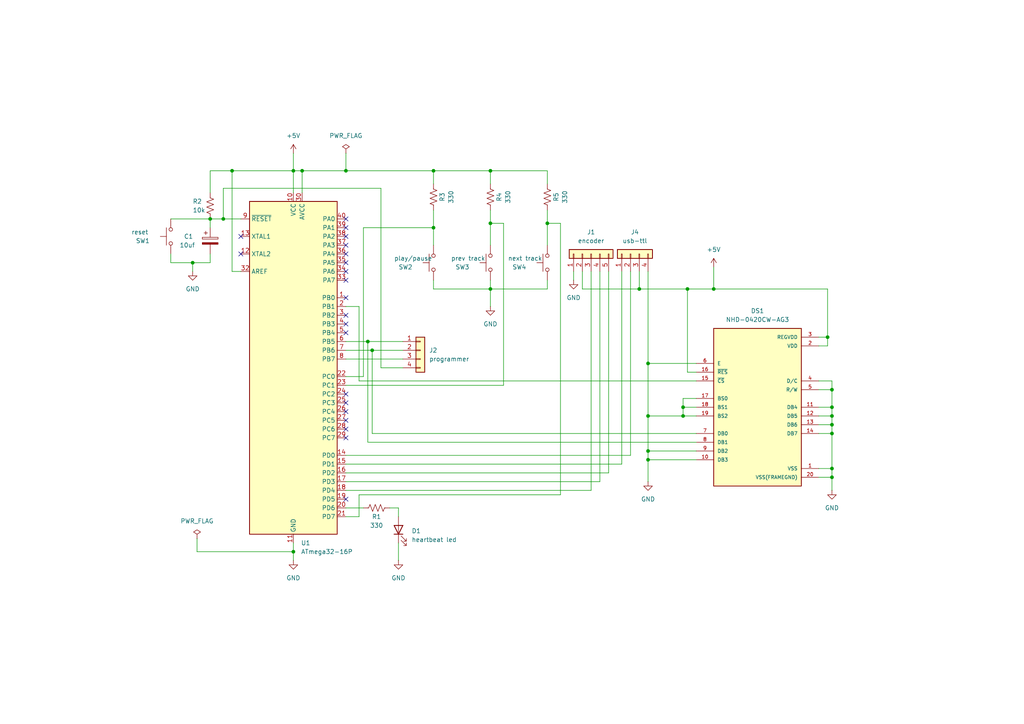
<source format=kicad_sch>
(kicad_sch (version 20231120) (generator "eeschema") (generator_version "8.0")
  (paper "A4")
  (lib_symbols
    (symbol "+5V_1" (power) (pin_numbers hide) (pin_names (offset 0) hide)
      (property "Value" "+5V" (at 0 3.556 0))
      (symbol "+5V_1_0_1"
        (polyline (pts (xy -0.762 1.27) (xy 0 2.54)))
        (polyline (pts (xy 0 0) (xy 0 2.54)))
        (polyline (pts (xy 0 2.54) (xy 0.762 1.27)))
      )
      (symbol "+5V_1_1_1"
        (pin power_in line (at 0 0 90) (length 0) (name "~") (number "1"))
      )
    )
    (symbol "Connector_Generic:Conn_01x04" (pin_names (offset 1.016) hide)
      (property "Reference" "J" (at 0 5.08 0))
      (property "Value" "Conn_01x04" (at 0 -7.62 0))
      (symbol "Conn_01x04_1_1"
        (rectangle (start -1.27 -4.953) (end 0 -5.207) (stroke (width 0.1524)))
        (rectangle (start -1.27 -2.413) (end 0 -2.667) (stroke (width 0.1524)))
        (rectangle (start -1.27 0.127) (end 0 -0.127) (stroke (width 0.1524)))
        (rectangle (start -1.27 2.667) (end 0 2.413) (stroke (width 0.1524)))
        (rectangle (start -1.27 3.81) (end 1.27 -6.35) (stroke (width 0.254)) (fill (type background)))
        (pin passive line (at -5.08 2.54 0) (length 3.81) (name "Pin_1") (number "1"))
        (pin passive line (at -5.08 0 0) (length 3.81) (name "Pin_2") (number "2"))
        (pin passive line (at -5.08 -2.54 0) (length 3.81) (name "Pin_3") (number "3"))
        (pin passive line (at -5.08 -5.08 0) (length 3.81) (name "Pin_4") (number "4"))
      )
    )
    (symbol "Connector_Generic:Conn_01x05" (pin_names (offset 1.016) hide)
      (property "Reference" "J" (at 0 7.62 0))
      (property "Value" "Conn_01x05" (at 0 -7.62 0))
      (symbol "Conn_01x05_1_1"
        (rectangle (start -1.27 -4.953) (end 0 -5.207) (stroke (width 0.1524)))
        (rectangle (start -1.27 -2.413) (end 0 -2.667) (stroke (width 0.1524)))
        (rectangle (start -1.27 0.127) (end 0 -0.127) (stroke (width 0.1524)))
        (rectangle (start -1.27 2.667) (end 0 2.413) (stroke (width 0.1524)))
        (rectangle (start -1.27 5.207) (end 0 4.953) (stroke (width 0.1524)))
        (rectangle (start -1.27 6.35) (end 1.27 -6.35) (stroke (width 0.254)) (fill (type background)))
        (pin passive line (at -5.08 5.08 0) (length 3.81) (name "Pin_1") (number "1"))
        (pin passive line (at -5.08 2.54 0) (length 3.81) (name "Pin_2") (number "2"))
        (pin passive line (at -5.08 0 0) (length 3.81) (name "Pin_3") (number "3"))
        (pin passive line (at -5.08 -2.54 0) (length 3.81) (name "Pin_4") (number "4"))
        (pin passive line (at -5.08 -5.08 0) (length 3.81) (name "Pin_5") (number "5"))
      )
    )
    (symbol "Device:C_Polarized" (pin_numbers hide) (pin_names (offset 0.254))
      (property "Reference" "C" (at 0.635 2.54 0))
      (property "Value" "C_Polarized" (at 0.635 -2.54 0))
      (symbol "C_Polarized_0_1"
        (rectangle (start -2.286 0.508) (end 2.286 1.016))
        (polyline (pts (xy -1.778 2.286) (xy -0.762 2.286)))
        (polyline (pts (xy -1.27 2.794) (xy -1.27 1.778)))
        (rectangle (start 2.286 -0.508) (end -2.286 -1.016) (fill (type outline)))
      )
      (symbol "C_Polarized_1_1"
        (pin passive line (at 0 3.81 270) (length 2.794) (name "~") (number "1"))
        (pin passive line (at 0 -3.81 90) (length 2.794) (name "~") (number "2"))
      )
    )
    (symbol "Device:LED" (pin_numbers hide) (pin_names (offset 1.016) hide)
      (property "Reference" "D" (at 0 2.54 0))
      (property "Value" "LED" (at 0 -2.54 0))
      (symbol "LED_0_1"
        (polyline (pts (xy -1.27 -1.27) (xy -1.27 1.27)) (stroke (width 0.254)))
        (polyline (pts (xy -1.27 0) (xy 1.27 0)))
        (polyline (pts (xy 1.27 -1.27) (xy 1.27 1.27) (xy -1.27 0) (xy 1.27 -1.27)) (stroke (width 0.254)))
        (polyline (pts (xy -3.048 -0.762) (xy -4.572 -2.286) (xy -3.81 -2.286) (xy -4.572 -2.286) (xy -4.572 -1.524)))
        (polyline (pts (xy -1.778 -0.762) (xy -3.302 -2.286) (xy -2.54 -2.286) (xy -3.302 -2.286) (xy -3.302 -1.524)))
      )
      (symbol "LED_1_1"
        (pin passive line (at -3.81 0 0) (length 2.54) (name "K") (number "1"))
        (pin passive line (at 3.81 0 180) (length 2.54) (name "A") (number "2"))
      )
    )
    (symbol "Device:R_US" (pin_numbers hide) (pin_names (offset 0))
      (property "Reference" "R" (at 2.54 0 90))
      (property "Value" "R_US" (at -2.54 0 90))
      (symbol "R_US_0_1"
        (polyline (pts (xy 0 -2.286) (xy 0 -2.54)))
        (polyline (pts (xy 0 2.286) (xy 0 2.54)))
        (polyline (pts (xy 0 -0.762) (xy 1.016 -1.143) (xy 0 -1.524) (xy -1.016 -1.905) (xy 0 -2.286)))
        (polyline (pts (xy 0 0.762) (xy 1.016 0.381) (xy 0 0) (xy -1.016 -0.381) (xy 0 -0.762)))
        (polyline (pts (xy 0 2.286) (xy 1.016 1.905) (xy 0 1.524) (xy -1.016 1.143) (xy 0 0.762)))
      )
      (symbol "R_US_1_1"
        (pin passive line (at 0 3.81 270) (length 1.27) (name "~") (number "1"))
        (pin passive line (at 0 -3.81 90) (length 1.27) (name "~") (number "2"))
      )
    )
    (symbol "GND_1" (power) (pin_numbers hide) (pin_names (offset 0) hide)
      (property "Value" "GND" (at 0 -3.81 0))
      (symbol "GND_1_0_1"
        (polyline (pts (xy 0 0) (xy 0 -1.27) (xy 1.27 -1.27) (xy 0 -2.54) (xy -1.27 -1.27) (xy 0 -1.27)))
      )
      (symbol "GND_1_1_1"
        (pin power_in line (at 0 0 270) (length 0) (name "~") (number "1"))
      )
    )
    (symbol "GND_2" (power) (pin_numbers hide) (pin_names (offset 0) hide)
      (property "Value" "GND" (at 0 -3.81 0))
      (symbol "GND_2_0_1"
        (polyline (pts (xy 0 0) (xy 0 -1.27) (xy 1.27 -1.27) (xy 0 -2.54) (xy -1.27 -1.27) (xy 0 -1.27)))
      )
      (symbol "GND_2_1_1"
        (pin power_in line (at 0 0 270) (length 0) (name "~") (number "1"))
      )
    )
    (symbol "GND_3" (power) (pin_numbers hide) (pin_names (offset 0) hide)
      (property "Value" "GND" (at 0 -3.81 0))
      (symbol "GND_3_0_1"
        (polyline (pts (xy 0 0) (xy 0 -1.27) (xy 1.27 -1.27) (xy 0 -2.54) (xy -1.27 -1.27) (xy 0 -1.27)))
      )
      (symbol "GND_3_1_1"
        (pin power_in line (at 0 0 270) (length 0) (name "~") (number "1"))
      )
    )
    (symbol "GND_4" (power) (pin_numbers hide) (pin_names (offset 0) hide)
      (property "Value" "GND" (at 0 -3.81 0))
      (symbol "GND_4_0_1"
        (polyline (pts (xy 0 0) (xy 0 -1.27) (xy 1.27 -1.27) (xy 0 -2.54) (xy -1.27 -1.27) (xy 0 -1.27)))
      )
      (symbol "GND_4_1_1"
        (pin power_in line (at 0 0 270) (length 0) (name "~") (number "1"))
      )
    )
    (symbol "GND_5" (power) (pin_numbers hide) (pin_names (offset 0) hide)
      (property "Value" "GND" (at 0 -3.81 0))
      (symbol "GND_5_0_1"
        (polyline (pts (xy 0 0) (xy 0 -1.27) (xy 1.27 -1.27) (xy 0 -2.54) (xy -1.27 -1.27) (xy 0 -1.27)))
      )
      (symbol "GND_5_1_1"
        (pin power_in line (at 0 0 270) (length 0) (name "~") (number "1"))
      )
    )
    (symbol "MCU_Microchip_ATmega:ATmega32-16P"
      (property "Reference" "U" (at -12.7 49.53 0))
      (property "Value" "ATmega32-16P" (at 2.54 -49.53 0))
      (symbol "ATmega32-16P_0_1"
        (rectangle (start -12.7 -48.26) (end 12.7 48.26) (stroke (width 0.254)) (fill (type background)))
      )
      (symbol "ATmega32-16P_1_1"
        (pin bidirectional line (at 15.24 20.32 180) (length 2.54) (name "PB0") (number "1"))
        (pin power_in line (at 0 50.8 270) (length 2.54) (name "VCC") (number "10"))
        (pin power_in line (at 0 -50.8 90) (length 2.54) (name "GND") (number "11"))
        (pin output line (at -15.24 33.02 0) (length 2.54) (name "XTAL2") (number "12"))
        (pin input line (at -15.24 38.1 0) (length 2.54) (name "XTAL1") (number "13"))
        (pin bidirectional line (at 15.24 -25.4 180) (length 2.54) (name "PD0") (number "14"))
        (pin bidirectional line (at 15.24 -27.94 180) (length 2.54) (name "PD1") (number "15"))
        (pin bidirectional line (at 15.24 -30.48 180) (length 2.54) (name "PD2") (number "16"))
        (pin bidirectional line (at 15.24 -33.02 180) (length 2.54) (name "PD3") (number "17"))
        (pin bidirectional line (at 15.24 -35.56 180) (length 2.54) (name "PD4") (number "18"))
        (pin bidirectional line (at 15.24 -38.1 180) (length 2.54) (name "PD5") (number "19"))
        (pin bidirectional line (at 15.24 17.78 180) (length 2.54) (name "PB1") (number "2"))
        (pin bidirectional line (at 15.24 -40.64 180) (length 2.54) (name "PD6") (number "20"))
        (pin bidirectional line (at 15.24 -43.18 180) (length 2.54) (name "PD7") (number "21"))
        (pin bidirectional line (at 15.24 -2.54 180) (length 2.54) (name "PC0") (number "22"))
        (pin bidirectional line (at 15.24 -5.08 180) (length 2.54) (name "PC1") (number "23"))
        (pin bidirectional line (at 15.24 -7.62 180) (length 2.54) (name "PC2") (number "24"))
        (pin bidirectional line (at 15.24 -10.16 180) (length 2.54) (name "PC3") (number "25"))
        (pin bidirectional line (at 15.24 -12.7 180) (length 2.54) (name "PC4") (number "26"))
        (pin bidirectional line (at 15.24 -15.24 180) (length 2.54) (name "PC5") (number "27"))
        (pin bidirectional line (at 15.24 -17.78 180) (length 2.54) (name "PC6") (number "28"))
        (pin bidirectional line (at 15.24 -20.32 180) (length 2.54) (name "PC7") (number "29"))
        (pin bidirectional line (at 15.24 15.24 180) (length 2.54) (name "PB2") (number "3"))
        (pin power_in line (at 2.54 50.8 270) (length 2.54) (name "AVCC") (number "30"))
        (pin passive line (at 0 -50.8 90) (length 2.54) hide (name "GND") (number "31"))
        (pin passive line (at -15.24 27.94 0) (length 2.54) (name "AREF") (number "32"))
        (pin bidirectional line (at 15.24 25.4 180) (length 2.54) (name "PA7") (number "33"))
        (pin bidirectional line (at 15.24 27.94 180) (length 2.54) (name "PA6") (number "34"))
        (pin bidirectional line (at 15.24 30.48 180) (length 2.54) (name "PA5") (number "35"))
        (pin bidirectional line (at 15.24 33.02 180) (length 2.54) (name "PA4") (number "36"))
        (pin bidirectional line (at 15.24 35.56 180) (length 2.54) (name "PA3") (number "37"))
        (pin bidirectional line (at 15.24 38.1 180) (length 2.54) (name "PA2") (number "38"))
        (pin bidirectional line (at 15.24 40.64 180) (length 2.54) (name "PA1") (number "39"))
        (pin bidirectional line (at 15.24 12.7 180) (length 2.54) (name "PB3") (number "4"))
        (pin bidirectional line (at 15.24 43.18 180) (length 2.54) (name "PA0") (number "40"))
        (pin bidirectional line (at 15.24 10.16 180) (length 2.54) (name "PB4") (number "5"))
        (pin bidirectional line (at 15.24 7.62 180) (length 2.54) (name "PB5") (number "6"))
        (pin bidirectional line (at 15.24 5.08 180) (length 2.54) (name "PB6") (number "7"))
        (pin bidirectional line (at 15.24 2.54 180) (length 2.54) (name "PB7") (number "8"))
        (pin input line (at -15.24 43.18 0) (length 2.54) (name "~{RESET}") (number "9"))
      )
    )
    (symbol "NHD-0420CW-AG3:NHD-0420CW-AG3" (pin_names (offset 1.016))
      (property "Reference" "DS" (at -12.7 24.13 0))
      (property "Value" "NHD-0420CW-AG3" (at -12.7 -24.13 0))
      (symbol "NHD-0420CW-AG3_0_0"
        (rectangle (start -12.7 -22.86) (end 12.7 22.86) (stroke (width 0.254)) (fill (type background)))
        (pin power_in line (at 17.78 -17.78 180) (length 5.08) (name "VSS") (number "1"))
        (pin bidirectional line (at -17.78 -15.24 0) (length 5.08) (name "DB3") (number "10"))
        (pin bidirectional line (at 17.78 0 180) (length 5.08) (name "DB4") (number "11"))
        (pin bidirectional line (at 17.78 -2.54 180) (length 5.08) (name "DB5") (number "12"))
        (pin bidirectional line (at 17.78 -5.08 180) (length 5.08) (name "DB6") (number "13"))
        (pin bidirectional line (at 17.78 -7.62 180) (length 5.08) (name "DB7") (number "14"))
        (pin input line (at -17.78 7.62 0) (length 5.08) (name "~{CS}") (number "15"))
        (pin input line (at -17.78 10.16 0) (length 5.08) (name "~{RES}") (number "16"))
        (pin bidirectional line (at -17.78 2.54 0) (length 5.08) (name "BS0") (number "17"))
        (pin bidirectional line (at -17.78 0 0) (length 5.08) (name "BS1") (number "18"))
        (pin bidirectional line (at -17.78 -2.54 0) (length 5.08) (name "BS2") (number "19"))
        (pin power_in line (at 17.78 17.78 180) (length 5.08) (name "VDD") (number "2"))
        (pin power_in line (at 17.78 -20.32 180) (length 5.08) (name "VSS(FRAMEGND)") (number "20"))
        (pin power_in line (at 17.78 20.32 180) (length 5.08) (name "REGVDD") (number "3"))
        (pin bidirectional line (at 17.78 7.62 180) (length 5.08) (name "D/C") (number "4"))
        (pin bidirectional line (at 17.78 5.08 180) (length 5.08) (name "R/W") (number "5"))
        (pin input line (at -17.78 12.7 0) (length 5.08) (name "E") (number "6"))
        (pin bidirectional line (at -17.78 -7.62 0) (length 5.08) (name "DB0") (number "7"))
        (pin bidirectional line (at -17.78 -10.16 0) (length 5.08) (name "DB1") (number "8"))
        (pin bidirectional line (at -17.78 -12.7 0) (length 5.08) (name "DB2") (number "9"))
      )
    )
    (symbol "PWR_FLAG_1" (power) (pin_numbers hide) (pin_names (offset 0) hide)
      (property "Value" "PWR_FLAG" (at 0 3.81 0))
      (symbol "PWR_FLAG_1_0_0"
        (pin power_out line (at 0 0 90) (length 0) (name "~") (number "1"))
      )
      (symbol "PWR_FLAG_1_0_1"
        (polyline (pts (xy 0 0) (xy 0 1.27) (xy -1.016 1.905) (xy 0 2.54) (xy 1.016 1.905) (xy 0 1.27)))
      )
    )
    (symbol "Switch:SW_Push" (pin_numbers hide) (pin_names (offset 1.016) hide)
      (property "Reference" "SW" (at 1.27 2.54 0))
      (property "Value" "SW_Push" (at 0 -1.524 0))
      (symbol "SW_Push_0_1"
        (circle (center -2.032 0) (radius 0.508))
        (polyline (pts (xy 0 1.27) (xy 0 3.048)))
        (polyline (pts (xy 2.54 1.27) (xy -2.54 1.27)))
        (circle (center 2.032 0) (radius 0.508))
        (pin passive line (at -5.08 0 0) (length 2.54) (name "1") (number "1"))
        (pin passive line (at 5.08 0 180) (length 2.54) (name "2") (number "2"))
      )
    )
    (symbol "power:GND" (power) (pin_numbers hide) (pin_names (offset 0) hide)
      (property "Value" "GND" (at 0 -3.81 0))
      (symbol "GND_0_1"
        (polyline (pts (xy 0 0) (xy 0 -1.27) (xy 1.27 -1.27) (xy 0 -2.54) (xy -1.27 -1.27) (xy 0 -1.27)))
      )
      (symbol "GND_1_1"
        (pin power_in line (at 0 0 270) (length 0) (name "~") (number "1"))
      )
    )
    (symbol "power:PWR_FLAG" (power) (pin_numbers hide) (pin_names (offset 0) hide)
      (property "Value" "PWR_FLAG" (at 0 3.81 0))
      (symbol "PWR_FLAG_0_0"
        (pin power_out line (at 0 0 90) (length 0) (name "~") (number "1"))
      )
      (symbol "PWR_FLAG_0_1"
        (polyline (pts (xy 0 0) (xy 0 1.27) (xy -1.016 1.905) (xy 0 2.54) (xy 1.016 1.905) (xy 0 1.27)))
      )
    )
  )
  (junction (at 60.96 63.5))
  (junction (at 199.39 83.82))
  (junction (at 187.96 130.81))
  (junction (at 142.24 49.53))
  (junction (at 55.88 76.2))
  (junction (at 87.63 49.53))
  (junction (at 142.24 83.82))
  (junction (at 187.96 120.65))
  (junction (at 142.24 64.77))
  (junction (at 241.3 113.03))
  (junction (at 198.12 120.65))
  (junction (at 240.03 97.79))
  (junction (at 241.3 120.65))
  (junction (at 198.12 118.11))
  (junction (at 241.3 138.43))
  (junction (at 107.95 101.6))
  (junction (at 125.73 49.53))
  (junction (at 185.42 83.82))
  (junction (at 241.3 123.19))
  (junction (at 241.3 135.89))
  (junction (at 106.68 99.06))
  (junction (at 85.09 160.02))
  (junction (at 207.01 83.82))
  (junction (at 85.09 49.53))
  (junction (at 158.75 64.77))
  (junction (at 67.31 49.53))
  (junction (at 187.96 105.41))
  (junction (at 241.3 118.11))
  (junction (at 187.96 133.35))
  (junction (at 241.3 125.73))
  (junction (at 125.73 66.04))
  (junction (at 64.77 63.5))
  (junction (at 100.33 49.53))
  (no_connect (at 100.33 127))
  (no_connect (at 100.33 114.3))
  (no_connect (at 100.33 116.84))
  (no_connect (at 100.33 124.46))
  (no_connect (at 100.33 119.38))
  (no_connect (at 100.33 86.36))
  (no_connect (at 69.85 73.66))
  (no_connect (at 100.33 63.5))
  (no_connect (at 100.33 68.58))
  (no_connect (at 100.33 66.04))
  (no_connect (at 100.33 76.2))
  (no_connect (at 100.33 91.44))
  (no_connect (at 100.33 78.74))
  (no_connect (at 100.33 73.66))
  (no_connect (at 100.33 144.78))
  (no_connect (at 69.85 68.58))
  (no_connect (at 100.33 96.52))
  (no_connect (at 100.33 121.92))
  (no_connect (at 100.33 71.12))
  (no_connect (at 100.33 93.98))
  (no_connect (at 100.33 81.28))
  (wire (pts (xy 60.96 49.53) (xy 60.96 55.88)))
  (wire (pts (xy 180.34 134.62) (xy 180.34 78.74)))
  (wire (pts (xy 241.3 118.11) (xy 241.3 120.65)))
  (wire (pts (xy 237.49 125.73) (xy 241.3 125.73)))
  (wire (pts (xy 187.96 133.35) (xy 201.93 133.35)))
  (wire (pts (xy 158.75 81.28) (xy 158.75 83.82)))
  (wire (pts (xy 176.53 78.74) (xy 176.53 137.16)))
  (wire (pts (xy 87.63 49.53) (xy 87.63 55.88)))
  (wire (pts (xy 125.73 66.04) (xy 125.73 60.96)))
  (wire (pts (xy 85.09 44.45) (xy 85.09 49.53)))
  (wire (pts (xy 168.91 83.82) (xy 185.42 83.82)))
  (wire (pts (xy 240.03 100.33) (xy 240.03 97.79)))
  (wire (pts (xy 187.96 133.35) (xy 187.96 139.7)))
  (wire (pts (xy 57.15 160.02) (xy 85.09 160.02)))
  (wire (pts (xy 241.3 123.19) (xy 241.3 125.73)))
  (wire (pts (xy 64.77 63.5) (xy 69.85 63.5)))
  (wire (pts (xy 110.49 54.61) (xy 110.49 106.68)))
  (wire (pts (xy 171.45 142.24) (xy 171.45 78.74)))
  (wire (pts (xy 241.3 113.03) (xy 241.3 118.11)))
  (wire (pts (xy 116.84 106.68) (xy 110.49 106.68)))
  (wire (pts (xy 142.24 64.77) (xy 142.24 60.96)))
  (wire (pts (xy 187.96 130.81) (xy 201.93 130.81)))
  (wire (pts (xy 187.96 130.81) (xy 187.96 133.35)))
  (wire (pts (xy 60.96 49.53) (xy 67.31 49.53)))
  (wire (pts (xy 115.57 147.32) (xy 115.57 149.86)))
  (wire (pts (xy 106.68 128.27) (xy 201.93 128.27)))
  (wire (pts (xy 237.49 97.79) (xy 240.03 97.79)))
  (wire (pts (xy 85.09 55.88) (xy 85.09 49.53)))
  (wire (pts (xy 125.73 81.28) (xy 125.73 83.82)))
  (wire (pts (xy 241.3 138.43) (xy 241.3 142.24)))
  (wire (pts (xy 100.33 132.08) (xy 182.88 132.08)))
  (wire (pts (xy 60.96 73.66) (xy 60.96 76.2)))
  (wire (pts (xy 187.96 120.65) (xy 198.12 120.65)))
  (wire (pts (xy 199.39 83.82) (xy 199.39 107.95)))
  (wire (pts (xy 60.96 63.5) (xy 64.77 63.5)))
  (wire (pts (xy 168.91 78.74) (xy 168.91 83.82)))
  (wire (pts (xy 241.3 110.49) (xy 241.3 113.03)))
  (wire (pts (xy 105.41 109.22) (xy 105.41 66.04)))
  (wire (pts (xy 85.09 160.02) (xy 85.09 162.56)))
  (wire (pts (xy 198.12 118.11) (xy 198.12 120.65)))
  (wire (pts (xy 100.33 147.32) (xy 105.41 147.32)))
  (wire (pts (xy 125.73 83.82) (xy 142.24 83.82)))
  (wire (pts (xy 201.93 118.11) (xy 198.12 118.11)))
  (wire (pts (xy 187.96 105.41) (xy 187.96 120.65)))
  (wire (pts (xy 241.3 135.89) (xy 241.3 138.43)))
  (wire (pts (xy 187.96 120.65) (xy 187.96 130.81)))
  (wire (pts (xy 198.12 115.57) (xy 198.12 118.11)))
  (wire (pts (xy 87.63 49.53) (xy 100.33 49.53)))
  (wire (pts (xy 69.85 78.74) (xy 67.31 78.74)))
  (wire (pts (xy 142.24 71.12) (xy 142.24 64.77)))
  (wire (pts (xy 67.31 78.74) (xy 67.31 49.53)))
  (wire (pts (xy 162.56 64.77) (xy 158.75 64.77)))
  (wire (pts (xy 199.39 83.82) (xy 207.01 83.82)))
  (wire (pts (xy 85.09 49.53) (xy 87.63 49.53)))
  (wire (pts (xy 57.15 156.21) (xy 57.15 160.02)))
  (wire (pts (xy 100.33 139.7) (xy 173.99 139.7)))
  (wire (pts (xy 100.33 137.16) (xy 176.53 137.16)))
  (wire (pts (xy 60.96 66.04) (xy 60.96 63.5)))
  (wire (pts (xy 125.73 71.12) (xy 125.73 66.04)))
  (wire (pts (xy 49.53 63.5) (xy 60.96 63.5)))
  (wire (pts (xy 100.33 109.22) (xy 105.41 109.22)))
  (wire (pts (xy 115.57 157.48) (xy 115.57 162.56)))
  (wire (pts (xy 207.01 83.82) (xy 240.03 83.82)))
  (wire (pts (xy 240.03 97.79) (xy 240.03 83.82)))
  (wire (pts (xy 198.12 120.65) (xy 201.93 120.65)))
  (wire (pts (xy 187.96 78.74) (xy 187.96 105.41)))
  (wire (pts (xy 142.24 53.34) (xy 142.24 49.53)))
  (wire (pts (xy 162.56 143.51) (xy 162.56 64.77)))
  (wire (pts (xy 100.33 104.14) (xy 116.84 104.14)))
  (wire (pts (xy 237.49 110.49) (xy 241.3 110.49)))
  (wire (pts (xy 106.68 99.06) (xy 100.33 99.06)))
  (wire (pts (xy 105.41 66.04) (xy 125.73 66.04)))
  (wire (pts (xy 67.31 49.53) (xy 85.09 49.53)))
  (wire (pts (xy 104.14 88.9) (xy 100.33 88.9)))
  (wire (pts (xy 158.75 64.77) (xy 158.75 71.12)))
  (wire (pts (xy 173.99 78.74) (xy 173.99 139.7)))
  (wire (pts (xy 106.68 99.06) (xy 106.68 128.27)))
  (wire (pts (xy 146.05 64.77) (xy 142.24 64.77)))
  (wire (pts (xy 237.49 100.33) (xy 240.03 100.33)))
  (wire (pts (xy 110.49 54.61) (xy 64.77 54.61)))
  (wire (pts (xy 116.84 99.06) (xy 106.68 99.06)))
  (wire (pts (xy 107.95 101.6) (xy 107.95 125.73)))
  (wire (pts (xy 100.33 101.6) (xy 107.95 101.6)))
  (wire (pts (xy 142.24 88.9) (xy 142.24 83.82)))
  (wire (pts (xy 237.49 113.03) (xy 241.3 113.03)))
  (wire (pts (xy 64.77 54.61) (xy 64.77 63.5)))
  (wire (pts (xy 100.33 142.24) (xy 171.45 142.24)))
  (wire (pts (xy 107.95 125.73) (xy 201.93 125.73)))
  (wire (pts (xy 241.3 125.73) (xy 241.3 135.89)))
  (wire (pts (xy 158.75 53.34) (xy 158.75 49.53)))
  (wire (pts (xy 49.53 73.66) (xy 49.53 76.2)))
  (wire (pts (xy 207.01 77.47) (xy 207.01 83.82)))
  (wire (pts (xy 158.75 60.96) (xy 158.75 64.77)))
  (wire (pts (xy 146.05 111.76) (xy 146.05 64.77)))
  (wire (pts (xy 55.88 78.74) (xy 55.88 76.2)))
  (wire (pts (xy 100.33 134.62) (xy 180.34 134.62)))
  (wire (pts (xy 125.73 49.53) (xy 100.33 49.53)))
  (wire (pts (xy 185.42 83.82) (xy 199.39 83.82)))
  (wire (pts (xy 107.95 101.6) (xy 116.84 101.6)))
  (wire (pts (xy 85.09 157.48) (xy 85.09 160.02)))
  (wire (pts (xy 100.33 111.76) (xy 146.05 111.76)))
  (wire (pts (xy 237.49 123.19) (xy 241.3 123.19)))
  (wire (pts (xy 100.33 44.45) (xy 100.33 49.53)))
  (wire (pts (xy 104.14 88.9) (xy 104.14 110.49)))
  (wire (pts (xy 237.49 118.11) (xy 241.3 118.11)))
  (wire (pts (xy 166.37 78.74) (xy 166.37 81.28)))
  (wire (pts (xy 187.96 105.41) (xy 201.93 105.41)))
  (wire (pts (xy 55.88 76.2) (xy 60.96 76.2)))
  (wire (pts (xy 113.03 147.32) (xy 115.57 147.32)))
  (wire (pts (xy 182.88 78.74) (xy 182.88 132.08)))
  (wire (pts (xy 104.14 110.49) (xy 201.93 110.49)))
  (wire (pts (xy 185.42 78.74) (xy 185.42 83.82)))
  (wire (pts (xy 104.14 143.51) (xy 162.56 143.51)))
  (wire (pts (xy 237.49 138.43) (xy 241.3 138.43)))
  (wire (pts (xy 237.49 135.89) (xy 241.3 135.89)))
  (wire (pts (xy 125.73 53.34) (xy 125.73 49.53)))
  (wire (pts (xy 201.93 115.57) (xy 198.12 115.57)))
  (wire (pts (xy 241.3 120.65) (xy 241.3 123.19)))
  (wire (pts (xy 100.33 149.86) (xy 104.14 149.86)))
  (wire (pts (xy 104.14 143.51) (xy 104.14 149.86)))
  (wire (pts (xy 237.49 120.65) (xy 241.3 120.65)))
  (wire (pts (xy 201.93 107.95) (xy 199.39 107.95)))
  (wire (pts (xy 158.75 83.82) (xy 142.24 83.82)))
  (wire (pts (xy 49.53 76.2) (xy 55.88 76.2)))
  (wire (pts (xy 142.24 49.53) (xy 158.75 49.53)))
  (wire (pts (xy 142.24 49.53) (xy 125.73 49.53)))
  (wire (pts (xy 142.24 83.82) (xy 142.24 81.28)))
  (symbol (lib_id "Device:R_US") (at 158.75 57.15 180) (unit 1)
    (property "Reference" "R5" (at 161.29 57.15 90))
    (property "Value" "330" (at 163.83 57.15 90))
    (property "Footprint" "Resistor_THT:R_Axial_DIN0207_L6.3mm_D2.5mm_P7.62mm_Horizontal" (effects (hide yes)))
  )
  (symbol (lib_id "power:GND") (at 142.24 88.9 0) (unit 1)
    (property "Reference" "#PWR07" (effects (hide yes)))
    (property "Value" "GND" (at 142.24 93.98 0))
    (property "Description" "Power symbol creates a global label with name \"GND\" , ground" (effects (hide yes)))
  )
  (symbol (lib_id "Device:C_Polarized") (at 60.96 69.85 0) (unit 1)
    (property "Reference" "C1" (at 53.34 68.58 0) (effects (justify left)))
    (property "Value" "10uf" (at 52.07 71.12 0) (effects (justify left)))
    (property "Footprint" "Capacitor_THT:CP_Radial_D5.0mm_P2.00mm" (effects (hide yes)))
  )
  (symbol (lib_name "+5V_1") (lib_id "power:+5V") (at 207.01 77.47 0) (unit 1)
    (property "Reference" "#PWR09" (effects (hide yes)))
    (property "Value" "+5V" (at 207.01 72.39 0))
    (property "Description" "Power symbol creates a global label with name \"+5V\"" (effects (hide yes)))
  )
  (symbol (lib_name "+5V_1") (lib_id "power:+5V") (at 85.09 44.45 0) (unit 1)
    (property "Reference" "#PWR02" (effects (hide yes)))
    (property "Value" "+5V" (at 85.09 39.37 0))
    (property "Description" "Power symbol creates a global label with name \"+5V\"" (effects (hide yes)))
  )
  (symbol (lib_id "power:PWR_FLAG") (at 100.33 44.45 0) (unit 1)
    (property "Reference" "#FLG01" (effects (hide yes)))
    (property "Value" "PWR_FLAG" (at 100.33 39.37 0))
    (property "Description" "Special symbol for telling ERC where power comes from" (effects (hide yes)))
  )
  (symbol (lib_name "GND_4") (lib_id "power:GND") (at 241.3 142.24 0) (unit 1)
    (property "Reference" "#PWR05" (effects (hide yes)))
    (property "Value" "GND" (at 241.3 147.32 0))
    (property "Description" "Power symbol creates a global label with name \"GND\" , ground" (effects (hide yes)))
  )
  (symbol (lib_id "Switch:SW_Push") (at 158.75 76.2 90) (unit 1)
    (property "Reference" "SW4" (at 148.59 77.47 90) (effects (justify right)))
    (property "Value" "next track" (at 147.32 74.93 90) (effects (justify right)))
    (property "Footprint" "Button_Switch_THT:SW_PUSH_6mm" (effects (hide yes)))
  )
  (symbol (lib_id "Device:R_US") (at 142.24 57.15 180) (unit 1)
    (property "Reference" "R4" (at 144.78 57.15 90))
    (property "Value" "330" (at 147.32 57.15 90))
    (property "Footprint" "Resistor_THT:R_Axial_DIN0207_L6.3mm_D2.5mm_P7.62mm_Horizontal" (effects (hide yes)))
  )
  (symbol (lib_id "Device:LED") (at 115.57 153.67 90) (unit 1)
    (property "Reference" "D1" (at 119.38 153.9874 90) (effects (justify right)))
    (property "Value" "heartbeat led" (at 119.38 156.5274 90) (effects (justify right)))
    (property "Footprint" "LED_THT:LED_D5.0mm" (effects (hide yes)))
  )
  (symbol (lib_id "NHD-0420CW-AG3:NHD-0420CW-AG3") (at 219.71 118.11 0) (unit 1)
    (property "Reference" "DS1" (at 219.71 90.17 0))
    (property "Value" "NHD-0420CW-AG3" (at 219.71 92.71 0))
    (property "Footprint" "NHD_NHD-0420CW-AG3" (effects (hide yes)))
    (property "Description" "3" (effects (hide yes)))
    (property "STANDARD" "Manufacturer Recommendations" (effects (hide yes)))
    (property "MAXIMUM_PACKAGE_HEIGHT" "7.0 mm" (effects (hide yes)))
    (property "MANUFACTURER" "Newhaven Display" (effects (hide yes)))
  )
  (symbol (lib_id "Device:R_US") (at 60.96 59.69 180) (unit 1)
    (property "Reference" "R2" (at 55.88 58.42 0) (effects (justify right)))
    (property "Value" "10k" (at 55.88 60.96 0) (effects (justify right)))
    (property "Footprint" "Resistor_THT:R_Axial_DIN0207_L6.3mm_D2.5mm_P7.62mm_Horizontal" (effects (hide yes)))
  )
  (symbol (lib_name "GND_1") (lib_id "power:GND") (at 85.09 162.56 0) (unit 1)
    (property "Reference" "#PWR01" (effects (hide yes)))
    (property "Value" "GND" (at 85.09 167.64 0))
    (property "Description" "Power symbol creates a global label with name \"GND\" , ground" (effects (hide yes)))
  )
  (symbol (lib_id "Connector_Generic:Conn_01x04") (at 121.92 101.6 0) (unit 1)
    (property "Reference" "J2" (at 124.46 101.6 0) (effects (justify left)))
    (property "Value" "programmer" (at 124.46 104.14 0) (effects (justify left)))
    (property "Footprint" "Connector_PinHeader_2.54mm:PinHeader_1x04_P2.54mm_Vertical" (effects (hide yes)))
  )
  (symbol (lib_id "Switch:SW_Push") (at 125.73 76.2 90) (unit 1)
    (property "Reference" "SW2" (at 115.57 77.47 90) (effects (justify right)))
    (property "Value" "play/pause" (at 114.3 74.93 90) (effects (justify right)))
    (property "Footprint" "Button_Switch_THT:SW_PUSH_6mm" (effects (hide yes)))
  )
  (symbol (lib_name "GND_2") (lib_id "power:GND") (at 115.57 162.56 0) (unit 1)
    (property "Reference" "#PWR03" (effects (hide yes)))
    (property "Value" "GND" (at 115.57 167.64 0))
    (property "Description" "Power symbol creates a global label with name \"GND\" , ground" (effects (hide yes)))
  )
  (symbol (lib_id "Switch:SW_Push") (at 142.24 76.2 90) (unit 1)
    (property "Reference" "SW3" (at 132.08 77.47 90) (effects (justify right)))
    (property "Value" "prev track" (at 130.81 74.93 90) (effects (justify right)))
    (property "Footprint" "Button_Switch_THT:SW_PUSH_6mm" (effects (hide yes)))
  )
  (symbol (lib_name "GND_3") (lib_id "power:GND") (at 187.96 139.7 0) (unit 1)
    (property "Reference" "#PWR04" (effects (hide yes)))
    (property "Value" "GND" (at 187.96 144.78 0))
    (property "Description" "Power symbol creates a global label with name \"GND\" , ground" (effects (hide yes)))
  )
  (symbol (lib_id "power:GND") (at 166.37 81.28 0) (unit 1)
    (property "Reference" "#PWR08" (effects (hide yes)))
    (property "Value" "GND" (at 166.37 86.36 0))
    (property "Description" "Power symbol creates a global label with name \"GND\" , ground" (effects (hide yes)))
  )
  (symbol (lib_name "GND_5") (lib_id "power:GND") (at 55.88 78.74 0) (unit 1)
    (property "Reference" "#PWR06" (effects (hide yes)))
    (property "Value" "GND" (at 55.88 83.82 0))
    (property "Description" "Power symbol creates a global label with name \"GND\" , ground" (effects (hide yes)))
  )
  (symbol (lib_id "Device:R_US") (at 125.73 57.15 180) (unit 1)
    (property "Reference" "R3" (at 128.27 57.15 90))
    (property "Value" "330" (at 130.81 57.15 90))
    (property "Footprint" "Resistor_THT:R_Axial_DIN0207_L6.3mm_D2.5mm_P7.62mm_Horizontal" (effects (hide yes)))
  )
  (symbol (lib_id "MCU_Microchip_ATmega:ATmega32-16P") (at 85.09 106.68 0) (unit 1)
    (property "Reference" "U1" (at 87.2841 157.48 0) (effects (justify left)))
    (property "Value" "ATmega32-16P" (at 87.2841 160.02 0) (effects (justify left)))
    (property "Footprint" "Package_DIP:DIP-40_W15.24mm" (effects (hide yes)))
    (property "Datasheet" "http://ww1.microchip.com/downloads/en/DeviceDoc/doc2503.pdf" (effects (hide yes)))
  )
  (symbol (lib_id "Connector_Generic:Conn_01x05") (at 171.45 73.66 90) (unit 1)
    (property "Reference" "J1" (at 171.45 67.31 90))
    (property "Value" "encoder" (at 171.45 69.85 90))
  )
  (symbol (lib_id "Device:R_US") (at 109.22 147.32 90) (unit 1)
    (property "Reference" "R1" (at 109.22 149.86 90))
    (property "Value" "330" (at 109.22 152.4 90))
    (property "Footprint" "Resistor_THT:R_Axial_DIN0207_L6.3mm_D2.5mm_P7.62mm_Horizontal" (effects (hide yes)))
  )
  (symbol (lib_id "Switch:SW_Push") (at 49.53 68.58 90) (unit 1)
    (property "Reference" "SW1" (at 39.37 69.85 90) (effects (justify right)))
    (property "Value" "reset" (at 38.1 67.31 90) (effects (justify right)))
    (property "Footprint" "Button_Switch_THT:SW_PUSH_6mm" (effects (hide yes)))
  )
  (symbol (lib_name "PWR_FLAG_1") (lib_id "power:PWR_FLAG") (at 57.15 156.21 0) (unit 1)
    (property "Reference" "#FLG03" (effects (hide yes)))
    (property "Value" "PWR_FLAG" (at 57.15 151.13 0))
    (property "Description" "Special symbol for telling ERC where power comes from" (effects (hide yes)))
  )
  (symbol (lib_id "Connector_Generic:Conn_01x04") (at 182.88 73.66 90) (unit 1)
    (property "Reference" "J4" (at 184.15 67.31 90))
    (property "Value" "usb-ttl" (at 184.15 69.85 90))
    (property "Footprint" "Connector_PinHeader_2.54mm:PinHeader_1x04_P2.54mm_Vertical" (effects (hide yes)))
  )
)
</source>
